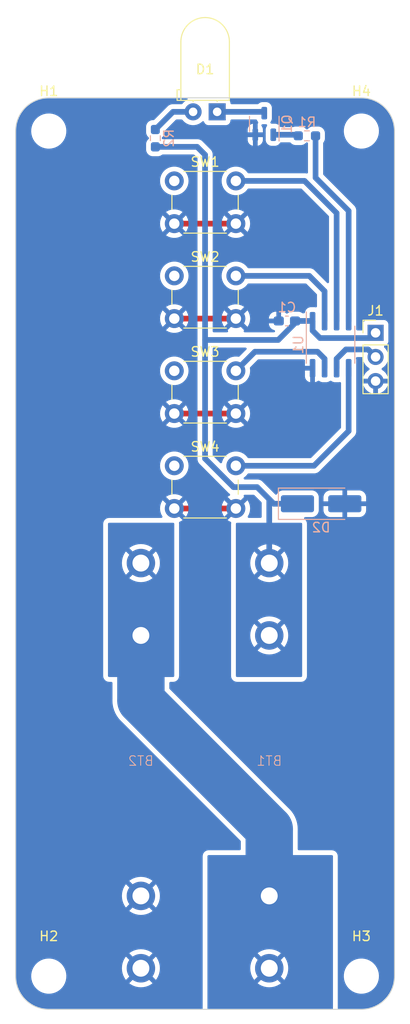
<source format=kicad_pcb>
(kicad_pcb (version 20221018) (generator pcbnew)
  (title_block (title "Cloned IR Remote for Lasko Pedestal Fan") (date "2023-09-18") (company "erry Leuams"))
  (layers (0 "F.Cu" signal) (31 "B.Cu" signal) (34 "B.Paste" user) (35 "F.Paste" user) (36 "B.SilkS" user "B.Silkscreen") (37 "F.SilkS" user "F.Silkscreen") (38 "B.Mask" user) (39 "F.Mask" user) (44 "Edge.Cuts" user))
  (net 0 "")
  (net 1 "VCC")
  (net 2 "GND")
  (net 3 "Net-(D1-K)")
  (net 4 "Net-(D1-A)")
  (net 5 "/~{RESET}")
  (net 6 "Net-(Q1-B)")
  (net 7 "/IR_CTRL")
  (net 8 "/BUTTON_0")
  (net 9 "/BUTTON_1")
  (net 10 "/BUTTON_2")
  (net 11 "/BUTTON_3")
  (net 12 "Net-(BT1--)")
  (footprint "MountingHole:MountingHole_3.2mm_M3" (layer "F.Cu") (at 166.5 136.5)
    (fp_text reference "H3" (at 0 -4.2) (layer "F.SilkS"))
    (fp_text value "MountingHole")
    (pad "" np_thru_hole circle (at 0 0) (size 3.2 3.2) (drill 3.2) (layers "*.Cu" "*.Mask"))
  )
  (footprint "Button_Switch_THT:SW_PUSH_6mm_H5mm" (layer "F.Cu") (at 146.75 52.75)
    (fp_text reference "SW1" (at 3.25 -2) (layer "F.SilkS"))
    (fp_text value "SW_Push")
    (fp_line (start -0.25 1.5) (end -0.25 3) (stroke (width 0.12)) (layer "F.SilkS"))
    (fp_line (start 1 5.5) (end 5.5 5.5) (stroke (width 0.12)) (layer "F.SilkS"))
    (fp_line (start 5.5 -1) (end 1 -1) (stroke (width 0.12)) (layer "F.SilkS"))
    (fp_line (start 6.75 3) (end 6.75 1.5) (stroke (width 0.12)) (layer "F.SilkS"))
    (pad "1" thru_hole circle (at 0 0 90) (size 2 2) (drill 1.1) (layers "*.Cu" "*.Mask"))
    (pad "1" thru_hole circle (at 6.5 0 90) (size 2 2) (drill 1.1) (layers "*.Cu" "*.Mask") (net 11 "/BUTTON_3"))
    (pad "2" thru_hole circle (at 0 4.5 90) (size 2 2) (drill 1.1) (layers "*.Cu" "*.Mask") (net 2 "GND"))
    (pad "2" thru_hole circle (at 6.5 4.5 90) (size 2 2) (drill 1.1) (layers "*.Cu" "*.Mask") (net 2 "GND"))
  )
  (footprint "Button_Switch_THT:SW_PUSH_6mm_H5mm" (layer "F.Cu") (at 146.75 72.75)
    (fp_text reference "SW3" (at 3.25 -2) (layer "F.SilkS"))
    (fp_text value "SW_Push")
    (fp_line (start -0.25 1.5) (end -0.25 3) (stroke (width 0.12)) (layer "F.SilkS"))
    (fp_line (start 1 5.5) (end 5.5 5.5) (stroke (width 0.12)) (layer "F.SilkS"))
    (fp_line (start 5.5 -1) (end 1 -1) (stroke (width 0.12)) (layer "F.SilkS"))
    (fp_line (start 6.75 3) (end 6.75 1.5) (stroke (width 0.12)) (layer "F.SilkS"))
    (pad "1" thru_hole circle (at 0 0 90) (size 2 2) (drill 1.1) (layers "*.Cu" "*.Mask"))
    (pad "1" thru_hole circle (at 6.5 0 90) (size 2 2) (drill 1.1) (layers "*.Cu" "*.Mask") (net 9 "/BUTTON_1"))
    (pad "2" thru_hole circle (at 0 4.5 90) (size 2 2) (drill 1.1) (layers "*.Cu" "*.Mask") (net 2 "GND"))
    (pad "2" thru_hole circle (at 6.5 4.5 90) (size 2 2) (drill 1.1) (layers "*.Cu" "*.Mask") (net 2 "GND"))
  )
  (footprint "MountingHole:MountingHole_3.2mm_M3" (layer "F.Cu") (at 166.5 47.5)
    (fp_text reference "H4" (at 0 -4.2) (layer "F.SilkS"))
    (fp_text value "MountingHole")
    (pad "" np_thru_hole circle (at 0 0) (size 3.2 3.2) (drill 3.2) (layers "*.Cu" "*.Mask"))
  )
  (footprint "MountingHole:MountingHole_3.2mm_M3" (layer "F.Cu") (at 133.5 47.5)
    (fp_text reference "H1" (at 0 -4.2) (layer "F.SilkS"))
    (fp_text value "MountingHole")
    (pad "" np_thru_hole circle (at 0 0) (size 3.2 3.2) (drill 3.2) (layers "*.Cu" "*.Mask"))
  )
  (footprint "LED_THT:LED_D5.0mm_Horizontal_O1.27mm_Z3.0mm_IRGrey" (layer "F.Cu") (at 151.275 45.475 180)
    (fp_text reference "D1" (at 1.275 4.475) (layer "F.SilkS"))
    (fp_text value "IR")
    (fp_line (start -1.29 1.21) (end -1.29 7.37) (stroke (width 0.12)) (layer "F.SilkS"))
    (fp_line (start -1.29 1.21) (end 3.83 1.21) (stroke (width 0.12)) (layer "F.SilkS"))
    (fp_line (start 0 1.08) (end 0 1.08) (stroke (width 0.12)) (layer "F.SilkS"))
    (fp_line (start 0 1.08) (end 0 1.21) (stroke (width 0.12)) (layer "F.SilkS"))
    (fp_line (start 0 1.21) (end 0 1.08) (stroke (width 0.12)) (layer "F.SilkS"))
    (fp_line (start 0 1.21) (end 0 1.21) (stroke (width 0.12)) (layer "F.SilkS"))
    (fp_line (start 2.54 1.08) (end 2.54 1.08) (stroke (width 0.12)) (layer "F.SilkS"))
    (fp_line (start 2.54 1.08) (end 2.54 1.21) (stroke (width 0.12)) (layer "F.SilkS"))
    (fp_line (start 2.54 1.21) (end 2.54 1.08) (stroke (width 0.12)) (layer "F.SilkS"))
    (fp_line (start 2.54 1.21) (end 2.54 1.21) (stroke (width 0.12)) (layer "F.SilkS"))
    (fp_line (start 3.83 1.21) (end 3.83 7.37) (stroke (width 0.12)) (layer "F.SilkS"))
    (fp_line (start 3.83 1.21) (end 4.23 1.21) (stroke (width 0.12)) (layer "F.SilkS"))
    (fp_line (start 3.83 2.33) (end 3.83 1.21) (stroke (width 0.12)) (layer "F.SilkS"))
    (fp_line (start 4.23 1.21) (end 4.23 2.33) (stroke (width 0.12)) (layer "F.SilkS"))
    (fp_line (start 4.23 2.33) (end 3.83 2.33) (stroke (width 0.12)) (layer "F.SilkS"))
    (fp_arc (start 3.83 7.37) (mid 1.27 9.93) (end -1.29 7.37) (stroke (width 0.12)) (layer "F.SilkS"))
    (pad "1" thru_hole rect (at 0 0 180) (size 1.8 1.8) (drill 0.9) (layers "*.Cu" "*.Mask") (net 3 "Net-(D1-K)"))
    (pad "2" thru_hole circle (at 2.54 0 180) (size 1.8 1.8) (drill 0.9) (layers "*.Cu" "*.Mask") (net 4 "Net-(D1-A)"))
  )
  (footprint "Connector_PinHeader_2.54mm:PinHeader_1x03_P2.54mm_Vertical" (layer "F.Cu") (at 168 68.75)
    (fp_text reference "J1" (at 0 -2.33) (layer "F.SilkS"))
    (fp_text value "UPDI")
    (fp_line (start -1.33 -1.33) (end 0 -1.33) (stroke (width 0.12)) (layer "F.SilkS"))
    (fp_line (start -1.33 0) (end -1.33 -1.33) (stroke (width 0.12)) (layer "F.SilkS"))
    (fp_line (start -1.33 1.27) (end -1.33 6.41) (stroke (width 0.12)) (layer "F.SilkS"))
    (fp_line (start -1.33 1.27) (end 1.33 1.27) (stroke (width 0.12)) (layer "F.SilkS"))
    (fp_line (start -1.33 6.41) (end 1.33 6.41) (stroke (width 0.12)) (layer "F.SilkS"))
    (fp_line (start 1.33 1.27) (end 1.33 6.41) (stroke (width 0.12)) (layer "F.SilkS"))
    (pad "1" thru_hole rect (at 0 0) (size 1.7 1.7) (drill 1) (layers "*.Cu" "*.Mask") (net 1 "VCC"))
    (pad "2" thru_hole oval (at 0 2.54) (size 1.7 1.7) (drill 1) (layers "*.Cu" "*.Mask") (net 5 "/~{RESET}"))
    (pad "3" thru_hole oval (at 0 5.08) (size 1.7 1.7) (drill 1) (layers "*.Cu" "*.Mask") (net 2 "GND"))
  )
  (footprint "MountingHole:MountingHole_3.2mm_M3" (layer "F.Cu") (at 133.5 136.5)
    (fp_text reference "H2" (at 0 -4.2) (layer "F.SilkS"))
    (fp_text value "MountingHole")
    (pad "" np_thru_hole circle (at 0 0) (size 3.2 3.2) (drill 3.2) (layers "*.Cu" "*.Mask"))
  )
  (footprint "Button_Switch_THT:SW_PUSH_6mm_H5mm" (layer "F.Cu") (at 146.75 82.75)
    (fp_text reference "SW4" (at 3.25 -2) (layer "F.SilkS"))
    (fp_text value "SW_Push")
    (fp_line (start -0.25 1.5) (end -0.25 3) (stroke (width 0.12)) (layer "F.SilkS"))
    (fp_line (start 1 5.5) (end 5.5 5.5) (stroke (width 0.12)) (layer "F.SilkS"))
    (fp_line (start 5.5 -1) (end 1 -1) (stroke (width 0.12)) (layer "F.SilkS"))
    (fp_line (start 6.75 3) (end 6.75 1.5) (stroke (width 0.12)) (layer "F.SilkS"))
    (pad "1" thru_hole circle (at 0 0 90) (size 2 2) (drill 1.1) (layers "*.Cu" "*.Mask"))
    (pad "1" thru_hole circle (at 6.5 0 90) (size 2 2) (drill 1.1) (layers "*.Cu" "*.Mask") (net 8 "/BUTTON_0"))
    (pad "2" thru_hole circle (at 0 4.5 90) (size 2 2) (drill 1.1) (layers "*.Cu" "*.Mask") (net 2 "GND"))
    (pad "2" thru_hole circle (at 6.5 4.5 90) (size 2 2) (drill 1.1) (layers "*.Cu" "*.Mask") (net 2 "GND"))
  )
  (footprint "Button_Switch_THT:SW_PUSH_6mm_H5mm" (layer "F.Cu") (at 146.75 62.75)
    (fp_text reference "SW2" (at 3.25 -2) (layer "F.SilkS"))
    (fp_text value "SW_Push")
    (fp_line (start -0.25 1.5) (end -0.25 3) (stroke (width 0.12)) (layer "F.SilkS"))
    (fp_line (start 1 5.5) (end 5.5 5.5) (stroke (width 0.12)) (layer "F.SilkS"))
    (fp_line (start 5.5 -1) (end 1 -1) (stroke (width 0.12)) (layer "F.SilkS"))
    (fp_line (start 6.75 3) (end 6.75 1.5) (stroke (width 0.12)) (layer "F.SilkS"))
    (pad "1" thru_hole circle (at 0 0 90) (size 2 2) (drill 1.1) (layers "*.Cu" "*.Mask"))
    (pad "1" thru_hole circle (at 6.5 0 90) (size 2 2) (drill 1.1) (layers "*.Cu" "*.Mask") (net 10 "/BUTTON_2"))
    (pad "2" thru_hole circle (at 0 4.5 90) (size 2 2) (drill 1.1) (layers "*.Cu" "*.Mask") (net 2 "GND"))
    (pad "2" thru_hole circle (at 6.5 4.5 90) (size 2 2) (drill 1.1) (layers "*.Cu" "*.Mask") (net 2 "GND"))
  )
  (footprint "pl_battery:BK-82_AAA_1Cell" (layer "B.Cu") (at 143.225 114.335 180)
    (fp_text reference "BT2" (at 0 0.5 unlocked) (layer "B.SilkS") (effects (font (thickness 0.1)) (justify mirror)))
    (fp_text value "AAA")
    (pad "1" thru_hole circle (at 0 13.715 180) (size 3 3) (drill 1.78) (layers "*.Cu" "*.Mask") (net 12 "Net-(BT1--)"))
    (pad "1" thru_hole circle (at 0 21.335 180) (size 3 3) (drill 1.78) (layers "*.Cu" "*.Mask") (net 12 "Net-(BT1--)"))
    (pad "2" thru_hole circle (at 0 -21.335 180) (size 3 3) (drill 1.78) (layers "*.Cu" "*.Mask") (net 2 "GND"))
    (pad "2" thru_hole circle (at 0 -13.715 180) (size 3 3) (drill 1.78) (layers "*.Cu" "*.Mask") (net 2 "GND"))
  )
  (footprint "pl_battery:BK-82_AAA_1Cell" (layer "B.Cu") (at 156.775 114.335 180)
    (fp_text reference "BT1" (at 0 0.5 unlocked) (layer "B.SilkS") (effects (font (thickness 0.1)) (justify mirror)))
    (fp_text value "AAA")
    (pad "1" thru_hole circle (at 0 13.715 180) (size 3 3) (drill 1.78) (layers "*.Cu" "*.Mask") (net 1 "VCC"))
    (pad "1" thru_hole circle (at 0 21.335 180) (size 3 3) (drill 1.78) (layers "*.Cu" "*.Mask") (net 1 "VCC"))
    (pad "2" thru_hole circle (at 0 -21.335 180) (size 3 3) (drill 1.78) (layers "*.Cu" "*.Mask") (net 12 "Net-(BT1--)"))
    (pad "2" thru_hole circle (at 0 -13.715 180) (size 3 3) (drill 1.78) (layers "*.Cu" "*.Mask") (net 12 "Net-(BT1--)"))
  )
  (footprint "Package_SO:SOIC-8_3.9x4.9mm_P1.27mm" (layer "B.Cu") (at 163.25 70 -90)
    (fp_text reference "U1" (at 0 3.4 90) (layer "B.SilkS") (effects (justify mirror)))
    (fp_text value "ATtiny212-SS")
    (fp_line (start 0 -2.56) (end -1.95 -2.56) (stroke (width 0.12)) (layer "B.SilkS"))
    (fp_line (start 0 -2.56) (end 1.95 -2.56) (stroke (width 0.12)) (layer "B.SilkS"))
    (fp_line (start 0 2.56) (end -3.45 2.56) (stroke (width 0.12)) (layer "B.SilkS"))
    (fp_line (start 0 2.56) (end 1.95 2.56) (stroke (width 0.12)) (layer "B.SilkS"))
    (pad "1" smd roundrect (at -2.475 1.905 270) (size 1.95 0.6) (layers "B.Cu" "B.Paste" "B.Mask") (net 1 "VCC"))
    (pad "2" smd roundrect (at -2.475 0.635 270) (size 1.95 0.6) (layers "B.Cu" "B.Paste" "B.Mask") (net 10 "/BUTTON_2"))
    (pad "3" smd roundrect (at -2.475 -0.635 270) (size 1.95 0.6) (layers "B.Cu" "B.Paste" "B.Mask") (net 11 "/BUTTON_3"))
    (pad "4" smd roundrect (at -2.475 -1.905 270) (size 1.95 0.6) (layers "B.Cu" "B.Paste" "B.Mask") (net 7 "/IR_CTRL"))
    (pad "5" smd roundrect (at 2.475 -1.905 270) (size 1.95 0.6) (layers "B.Cu" "B.Paste" "B.Mask") (net 8 "/BUTTON_0"))
    (pad "6" smd roundrect (at 2.475 -0.635 270) (size 1.95 0.6) (layers "B.Cu" "B.Paste" "B.Mask") (net 5 "/~{RESET}"))
    (pad "7" smd roundrect (at 2.475 0.635 270) (size 1.95 0.6) (layers "B.Cu" "B.Paste" "B.Mask") (net 9 "/BUTTON_1"))
    (pad "8" smd roundrect (at 2.475 1.905 270) (size 1.95 0.6) (layers "B.Cu" "B.Paste" "B.Mask") (net 2 "GND"))
  )
  (footprint "Resistor_SMD:R_0603_1608Metric_Pad0.98x0.95mm_HandSolder" (layer "B.Cu") (at 160.75 48 180)
    (fp_text reference "R1" (at 0 1.43) (layer "B.SilkS") (effects (justify mirror)))
    (fp_text value "4k7")
    (fp_line (start -0.254724 -0.5225) (end 0.254724 -0.5225) (stroke (width 0.12)) (layer "B.SilkS"))
    (fp_line (start -0.254724 0.5225) (end 0.254724 0.5225) (stroke (width 0.12)) (layer "B.SilkS"))
    (pad "1" smd roundrect (at -0.9125 0 180) (size 0.975 0.95) (layers "B.Cu" "B.Paste" "B.Mask") (net 7 "/IR_CTRL"))
    (pad "2" smd roundrect (at 0.9125 0 180) (size 0.975 0.95) (layers "B.Cu" "B.Paste" "B.Mask") (net 6 "Net-(Q1-B)"))
  )
  (footprint "Resistor_SMD:R_0603_1608Metric_Pad0.98x0.95mm_HandSolder" (layer "B.Cu") (at 144.75 48.25 90)
    (fp_text reference "R2" (at 0 1.43 90) (layer "B.SilkS") (effects (justify mirror)))
    (fp_text value "100")
    (fp_line (start -0.254724 -0.5225) (end 0.254724 -0.5225) (stroke (width 0.12)) (layer "B.SilkS"))
    (fp_line (start -0.254724 0.5225) (end 0.254724 0.5225) (stroke (width 0.12)) (layer "B.SilkS"))
    (pad "1" smd roundrect (at -0.9125 0 90) (size 0.975 0.95) (layers "B.Cu" "B.Paste" "B.Mask") (net 1 "VCC"))
    (pad "2" smd roundrect (at 0.9125 0 90) (size 0.975 0.95) (layers "B.Cu" "B.Paste" "B.Mask") (net 4 "Net-(D1-A)"))
  )
  (footprint "Capacitor_SMD:C_0603_1608Metric_Pad1.08x0.95mm_HandSolder" (layer "B.Cu") (at 158.6375 67.5 180)
    (fp_text reference "C1" (at 0 1.43) (layer "B.SilkS") (effects (justify mirror)))
    (fp_text value "0.1u")
    (fp_line (start -0.146267 -0.51) (end 0.146267 -0.51) (stroke (width 0.12)) (layer "B.SilkS"))
    (fp_line (start -0.146267 0.51) (end 0.146267 0.51) (stroke (width 0.12)) (layer "B.SilkS"))
    (pad "1" smd roundrect (at -0.8625 0 180) (size 1.075 0.95) (layers "B.Cu" "B.Paste" "B.Mask") (net 1 "VCC"))
    (pad "2" smd roundrect (at 0.8625 0 180) (size 1.075 0.95) (layers "B.Cu" "B.Paste" "B.Mask") (net 2 "GND"))
  )
  (footprint "Diode_SMD:D_SMA_Handsoldering" (layer "B.Cu") (at 162.25 86.75)
    (fp_text reference "D2" (at 0 2.5) (layer "B.SilkS") (effects (justify mirror)))
    (fp_text value "D")
    (fp_line (start -4.51 -1.65) (end 2.5 -1.65) (stroke (width 0.12)) (layer "B.SilkS"))
    (fp_line (start -4.51 1.65) (end -4.51 -1.65) (stroke (width 0.12)) (layer "B.SilkS"))
    (fp_line (start -4.51 1.65) (end 2.5 1.65) (stroke (width 0.12)) (layer "B.SilkS"))
    (pad "1" smd roundrect (at -2.5 0) (size 3.5 1.8) (layers "B.Cu" "B.Paste" "B.Mask") (roundrect_rratio 0.1388888889) (net 1 "VCC"))
    (pad "2" smd roundrect (at 2.5 0) (size 3.5 1.8) (layers "B.Cu" "B.Paste" "B.Mask") (roundrect_rratio 0.1388888889) (net 2 "GND"))
  )
  (footprint "Package_TO_SOT_SMD:SOT-23-3" (layer "B.Cu") (at 156.25 46.75 90)
    (fp_text reference "Q1" (at 0 2.4 90) (layer "B.SilkS") (effects (justify mirror)))
    (fp_text value "MMBT2222A")
    (fp_line (start 0 -1.56) (end -0.8 -1.56) (stroke (width 0.12)) (layer "B.SilkS"))
    (fp_line (start 0 -1.56) (end 0.8 -1.56) (stroke (width 0.12)) (layer "B.SilkS"))
    (fp_line (start 0 1.56) (end -1.8 1.56) (stroke (width 0.12)) (layer "B.SilkS"))
    (fp_line (start 0 1.56) (end 0.8 1.56) (stroke (width 0.12)) (layer "B.SilkS"))
    (pad "1" smd roundrect (at -1.1375 0.95 90) (size 1.325 0.6) (layers "B.Cu" "B.Paste" "B.Mask") (net 6 "Net-(Q1-B)"))
    (pad "2" smd roundrect (at -1.1375 -0.95 90) (size 1.325 0.6) (layers "B.Cu" "B.Paste" "B.Mask") (net 2 "GND"))
    (pad "3" smd roundrect (at 1.1375 0 90) (size 1.325 0.6) (layers "B.Cu" "B.Paste" "B.Mask") (net 3 "Net-(D1-K)"))
  )
  (gr_line (start 170 47.5) (end 170 136.5) (stroke (width 0.1)) (layer "Edge.Cuts"))
  (gr_arc (start 133.5 140) (mid 131.025126 138.974874) (end 130 136.5) (stroke (width 0.1)) (layer "Edge.Cuts"))
  (gr_arc (start 130 47.5) (mid 131.025126 45.025126) (end 133.5 44) (stroke (width 0.1)) (layer "Edge.Cuts"))
  (gr_arc (start 166.5 44) (mid 168.974874 45.025126) (end 170 47.5) (stroke (width 0.1)) (layer "Edge.Cuts"))
  (gr_line (start 133.5 44) (end 166.5 44) (stroke (width 0.1)) (layer "Edge.Cuts"))
  (gr_line (start 130 136.5) (end 130 47.5) (stroke (width 0.1)) (layer "Edge.Cuts"))
  (gr_line (start 166.5 140) (end 133.5 140) (stroke (width 0.1)) (layer "Edge.Cuts"))
  (gr_arc (start 170 136.5) (mid 168.974874 138.974874) (end 166.5 140) (stroke (width 0.1)) (layer "Edge.Cuts"))
  (segment (start 155.5 85) (end 153 85) (width 0.6) (layer "B.Cu") (net 1))
  (segment (start 157.723178 69.5) (end 150 69.5) (width 0.6) (layer "B.Cu") (net 1))
  (segment (start 153 85) (end 150 82) (width 0.6) (layer "B.Cu") (net 1))
  (segment (start 159.5 67.5) (end 159.5 67.723178) (width 0.6) (layer "B.Cu") (net 1))
  (segment (start 161.345 68.516934) (end 161.345 67.525) (width 0.6) (layer "B.Cu") (net 1))
  (segment (start 156.775 93) (end 156.775 86.275) (width 0.6) (layer "B.Cu") (net 1))
  (segment (start 156.775 86.275) (end 155.5 85) (width 0.6) (layer "B.Cu") (net 1))
  (segment (start 144.75 49.1625) (end 149.1625 49.1625) (width 0.6) (layer "B.Cu") (net 1))
  (segment (start 159.5 67.5) (end 161.32 67.5) (width 0.6) (layer "B.Cu") (net 1))
  (segment (start 150 69.5) (end 150 50) (width 0.6) (layer "B.Cu") (net 1))
  (segment (start 159.5 67.723178) (end 157.723178 69.5) (width 0.6) (layer "B.Cu") (net 1))
  (segment (start 149.1625 49.1625) (end 150 50) (width 0.6) (layer "B.Cu") (net 1))
  (segment (start 161.32 67.5) (end 161.345 67.525) (width 0.6) (layer "B.Cu") (net 1))
  (segment (start 168 68.75) (end 167.45 69.3) (width 0.6) (layer "B.Cu") (net 1))
  (segment (start 167.45 69.3) (end 162.128066 69.3) (width 0.6) (layer "B.Cu") (net 1))
  (segment (start 159.75 86.75) (end 157.25 86.75) (width 0.6) (layer "B.Cu") (net 1))
  (segment (start 150 82) (end 150 69.5) (width 0.6) (layer "B.Cu") (net 1))
  (segment (start 162.128066 69.3) (end 161.345 68.516934) (width 0.6) (layer "B.Cu") (net 1))
  (segment (start 157.25 86.75) (end 156.775 86.275) (width 0.6) (layer "B.Cu") (net 1))
  (segment (start 153.25 67.25) (end 146.75 67.25) (width 0.6) (layer "F.Cu") (net 2))
  (segment (start 153.25 87.25) (end 146.75 87.25) (width 0.6) (layer "F.Cu") (net 2))
  (segment (start 153.25 77.25) (end 146.75 77.25) (width 0.6) (layer "F.Cu") (net 2))
  (segment (start 153.25 57.25) (end 146.75 57.25) (width 0.6) (layer "F.Cu") (net 2))
  (segment (start 151.275 45.475) (end 156.1125 45.475) (width 0.6) (layer "B.Cu") (net 3))
  (segment (start 156.1125 45.475) (end 156.25 45.6125) (width 0.6) (layer "B.Cu") (net 3))
  (segment (start 148.735 45.475) (end 146.6125 45.475) (width 0.6) (layer "B.Cu") (net 4))
  (segment (start 146.6125 45.475) (end 144.75 47.3375) (width 0.6) (layer "B.Cu") (net 4))
  (segment (start 163.885 72.475) (end 163.885 71.483066) (width 0.6) (layer "B.Cu") (net 5))
  (segment (start 163.885 71.483066) (end 164.868066 70.5) (width 0.6) (layer "B.Cu") (net 5))
  (segment (start 167.21 70.5) (end 168 71.29) (width 0.6) (layer "B.Cu") (net 5))
  (segment (start 164.868066 70.5) (end 167.21 70.5) (width 0.6) (layer "B.Cu") (net 5))
  (segment (start 159.725 47.8875) (end 159.8375 48) (width 0.6) (layer "B.Cu") (net 6))
  (segment (start 157.2 47.8875) (end 159.725 47.8875) (width 0.6) (layer "B.Cu") (net 6))
  (segment (start 165.155 55.905934) (end 161.6625 52.413434) (width 0.6) (layer "B.Cu") (net 7))
  (segment (start 161.6625 52.413434) (end 161.6625 48) (width 0.6) (layer "B.Cu") (net 7))
  (segment (start 165.155 67.525) (end 165.155 55.905934) (width 0.6) (layer "B.Cu") (net 7))
  (segment (start 165.155 79.095) (end 161.5 82.75) (width 0.6) (layer "B.Cu") (net 8))
  (segment (start 165.155 72.475) (end 165.155 79.095) (width 0.6) (layer "B.Cu") (net 8))
  (segment (start 161.5 82.75) (end 153.25 82.75) (width 0.6) (layer "B.Cu") (net 8))
  (segment (start 162.615 72.475) (end 162.615 71.483066) (width 0.6) (layer "B.Cu") (net 9))
  (segment (start 161.871934 70.74) (end 155.26 70.74) (width 0.6) (layer "B.Cu") (net 9))
  (segment (start 155.26 70.74) (end 153.25 72.75) (width 0.6) (layer "B.Cu") (net 9))
  (segment (start 162.615 71.483066) (end 161.871934 70.74) (width 0.6) (layer "B.Cu") (net 9))
  (segment (start 161 62.75) (end 153.25 62.75) (width 0.6) (layer "B.Cu") (net 10))
  (segment (start 162.615 64.365) (end 161 62.75) (width 0.6) (layer "B.Cu") (net 10))
  (segment (start 162.615 67.525) (end 162.615 64.365) (width 0.6) (layer "B.Cu") (net 10))
  (segment (start 163.885 56.135) (end 160.5 52.75) (width 0.6) (layer "B.Cu") (net 11))
  (segment (start 160.5 52.75) (end 153.25 52.75) (width 0.6) (layer "B.Cu") (net 11))
  (segment (start 163.885 67.525) (end 163.885 56.135) (width 0.6) (layer "B.Cu") (net 11))
  (segment (start 156.775 121.025) (end 156.775 128.05) (width 5) (layer "B.Cu") (net 12))
  (segment (start 143.225 107.475) (end 156.775 121.025) (width 5) (layer "B.Cu") (net 12))
  (segment (start 143.225 100.62) (end 143.225 107.475) (width 5) (layer "B.Cu") (net 12))
  (zone (net 1) (net_name "VCC") (layer "B.Cu") (priority 1) (connect_pads (clearance 0.5)) (min_thickness 0.25) (fill yes (thermal_gap 0.5) (thermal_bridge_width 0.5))
    (polygon (pts (xy 160.25 88.75) (xy 153.25 88.75) (xy 153.25 105) (xy 160.25 105)))
  )
  (zone (net 12) (net_name "Net-(BT1--)") (layer "B.Cu") (priority 1) (connect_pads (clearance 0.5)) (min_thickness 0.25) (fill yes (thermal_gap 0.5) (thermal_bridge_width 0.5))
    (polygon (pts (xy 163.5 123.75) (xy 150.25 123.75) (xy 150.25 140) (xy 163.5 140)))
  )
  (zone (net 12) (net_name "Net-(BT1--)") (layer "B.Cu") (priority 1) (connect_pads (clearance 0.5)) (min_thickness 0.25) (fill yes (thermal_gap 0.5) (thermal_bridge_width 0.5))
    (polygon (pts (xy 146.75 88.75) (xy 139.75 88.75) (xy 139.75 105) (xy 146.75 105)))
  )
  (zone (net 2) (net_name "GND") (layer "B.Cu") (connect_pads (clearance 0.5)) (min_thickness 0.25) (fill yes (thermal_gap 0.5) (thermal_bridge_width 0.5))
    (polygon (pts (xy 129 43) (xy 171 43) (xy 171 141) (xy 129 141)))
  )
)
</source>
